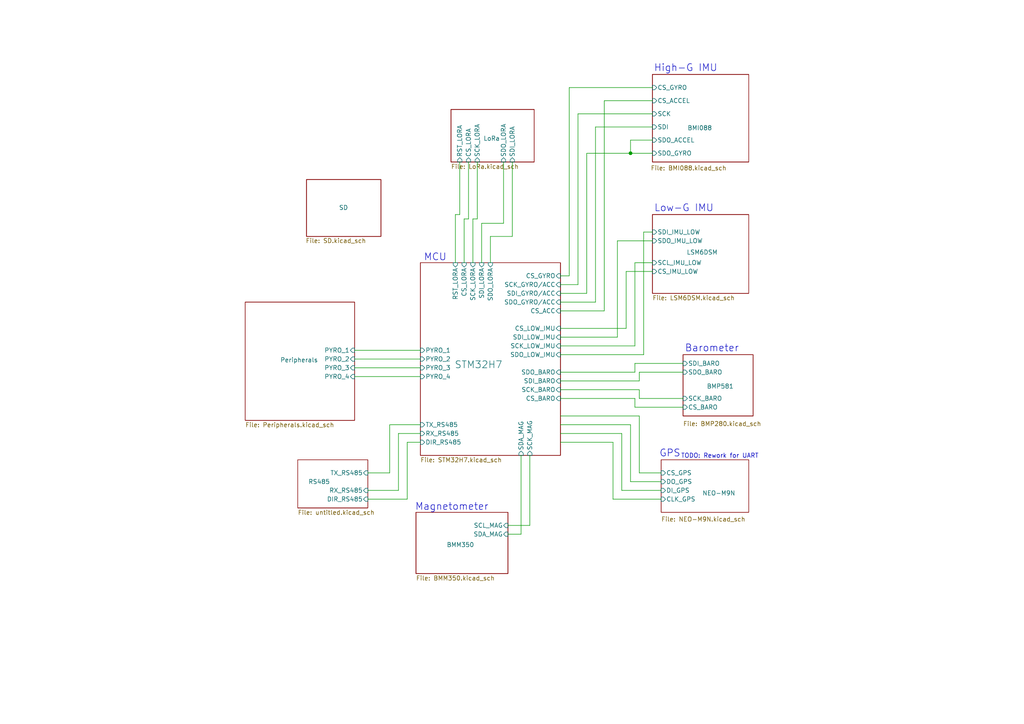
<source format=kicad_sch>
(kicad_sch
	(version 20231120)
	(generator "eeschema")
	(generator_version "8.0")
	(uuid "880cd2ad-ee8a-45d0-bf92-2f93a861aac0")
	(paper "A4")
	(title_block
		(title "NDXP Computer")
		(rev "1.0")
	)
	(lib_symbols)
	(junction
		(at 182.88 44.45)
		(diameter 0)
		(color 0 0 0 0)
		(uuid "df135ce9-5c5b-4bec-8d93-aecee0aa0d63")
	)
	(wire
		(pts
			(xy 186.69 102.87) (xy 186.69 67.31)
		)
		(stroke
			(width 0)
			(type default)
		)
		(uuid "0044426c-177c-40a8-a84b-d4600d572a0c")
	)
	(wire
		(pts
			(xy 153.67 152.4) (xy 153.67 132.08)
		)
		(stroke
			(width 0)
			(type default)
		)
		(uuid "04979d54-7f7e-4045-9936-63b7465e89e0")
	)
	(wire
		(pts
			(xy 175.26 29.21) (xy 189.23 29.21)
		)
		(stroke
			(width 0)
			(type default)
		)
		(uuid "0980d1e8-7ef6-431b-ba32-23c7603f15f3")
	)
	(wire
		(pts
			(xy 115.57 125.73) (xy 121.92 125.73)
		)
		(stroke
			(width 0)
			(type default)
		)
		(uuid "0bdbf140-e9d6-4236-bc0f-e96efe20e3c2")
	)
	(wire
		(pts
			(xy 170.18 44.45) (xy 182.88 44.45)
		)
		(stroke
			(width 0)
			(type default)
		)
		(uuid "100b5a8c-21cd-41e6-8adb-e71b01afd3a7")
	)
	(wire
		(pts
			(xy 162.56 80.01) (xy 165.1 80.01)
		)
		(stroke
			(width 0)
			(type default)
		)
		(uuid "11482e62-e5d6-4222-97e4-4efa3ad9ef14")
	)
	(wire
		(pts
			(xy 135.89 63.5) (xy 134.62 63.5)
		)
		(stroke
			(width 0)
			(type default)
		)
		(uuid "1446c81b-bd87-4d77-8916-a55f7fe8903d")
	)
	(wire
		(pts
			(xy 182.88 40.64) (xy 182.88 44.45)
		)
		(stroke
			(width 0)
			(type default)
		)
		(uuid "19210587-deb3-43dc-9d11-0c6f6111c228")
	)
	(wire
		(pts
			(xy 184.15 105.41) (xy 198.12 105.41)
		)
		(stroke
			(width 0)
			(type default)
		)
		(uuid "19ce393a-1fb8-4145-949d-12d304bc093e")
	)
	(wire
		(pts
			(xy 162.56 110.49) (xy 185.42 110.49)
		)
		(stroke
			(width 0)
			(type default)
		)
		(uuid "1cf7bacf-4ba2-4012-9bd0-361017a24e5a")
	)
	(wire
		(pts
			(xy 186.69 67.31) (xy 189.23 67.31)
		)
		(stroke
			(width 0)
			(type default)
		)
		(uuid "1ea3bc3b-3fa3-4f7d-b331-ba1eadbe6e81")
	)
	(wire
		(pts
			(xy 133.35 62.23) (xy 132.08 62.23)
		)
		(stroke
			(width 0)
			(type default)
		)
		(uuid "1ff19112-9a0d-4778-a543-768b4e670af1")
	)
	(wire
		(pts
			(xy 162.56 90.17) (xy 175.26 90.17)
		)
		(stroke
			(width 0)
			(type default)
		)
		(uuid "20f1d9e0-2699-46d1-abfa-57df7dba746d")
	)
	(wire
		(pts
			(xy 138.43 46.99) (xy 138.43 63.5)
		)
		(stroke
			(width 0)
			(type default)
		)
		(uuid "210d762a-b463-4fe7-816e-63b6dbff9f6d")
	)
	(wire
		(pts
			(xy 172.72 36.83) (xy 189.23 36.83)
		)
		(stroke
			(width 0)
			(type default)
		)
		(uuid "2201fb8e-0f18-44f6-93e7-e5e477676de2")
	)
	(wire
		(pts
			(xy 146.05 46.99) (xy 146.05 64.77)
		)
		(stroke
			(width 0)
			(type default)
		)
		(uuid "26a56149-ff12-4730-b35a-43fb8fc7d14a")
	)
	(wire
		(pts
			(xy 165.1 25.4) (xy 189.23 25.4)
		)
		(stroke
			(width 0)
			(type default)
		)
		(uuid "293941f4-1b80-44bf-a527-85146db23ee6")
	)
	(wire
		(pts
			(xy 179.07 69.85) (xy 189.23 69.85)
		)
		(stroke
			(width 0)
			(type default)
		)
		(uuid "2c086648-670a-436f-904f-b60d304733b2")
	)
	(wire
		(pts
			(xy 167.64 82.55) (xy 167.64 33.02)
		)
		(stroke
			(width 0)
			(type default)
		)
		(uuid "2c14342a-f09f-481b-92d7-feee1fdb5ffb")
	)
	(wire
		(pts
			(xy 162.56 125.73) (xy 180.34 125.73)
		)
		(stroke
			(width 0)
			(type default)
		)
		(uuid "2c4599bc-c6c6-4fb4-9d5b-8b5fa02a153b")
	)
	(wire
		(pts
			(xy 162.56 123.19) (xy 182.88 123.19)
		)
		(stroke
			(width 0)
			(type default)
		)
		(uuid "329d77dc-479f-4588-8593-e3088a5d4a02")
	)
	(wire
		(pts
			(xy 184.15 107.95) (xy 184.15 105.41)
		)
		(stroke
			(width 0)
			(type default)
		)
		(uuid "367d6849-7138-4ca2-bd8b-ca56dd29b307")
	)
	(wire
		(pts
			(xy 185.42 115.57) (xy 198.12 115.57)
		)
		(stroke
			(width 0)
			(type default)
		)
		(uuid "37dc710a-4659-4f4c-bf99-4c386acc38d0")
	)
	(wire
		(pts
			(xy 162.56 128.27) (xy 177.8 128.27)
		)
		(stroke
			(width 0)
			(type default)
		)
		(uuid "3e1cd515-0314-4a00-b70a-cffaeea87e2a")
	)
	(wire
		(pts
			(xy 148.59 68.58) (xy 142.24 68.58)
		)
		(stroke
			(width 0)
			(type default)
		)
		(uuid "4118b45b-bf27-4160-893f-c82826ff3f7c")
	)
	(wire
		(pts
			(xy 170.18 85.09) (xy 170.18 44.45)
		)
		(stroke
			(width 0)
			(type default)
		)
		(uuid "41ef0def-c16b-4c90-94b4-a2f10e06e007")
	)
	(wire
		(pts
			(xy 102.87 109.22) (xy 121.92 109.22)
		)
		(stroke
			(width 0)
			(type default)
		)
		(uuid "46ccb397-f148-472f-9da4-cd0f3e2de79d")
	)
	(wire
		(pts
			(xy 179.07 97.79) (xy 179.07 69.85)
		)
		(stroke
			(width 0)
			(type default)
		)
		(uuid "476188fe-80e8-433b-bada-d1a365732015")
	)
	(wire
		(pts
			(xy 162.56 120.65) (xy 185.42 120.65)
		)
		(stroke
			(width 0)
			(type default)
		)
		(uuid "4893a50b-4a04-4dd5-8aa0-332e55d5a921")
	)
	(wire
		(pts
			(xy 147.32 152.4) (xy 153.67 152.4)
		)
		(stroke
			(width 0)
			(type default)
		)
		(uuid "4b3b1d40-b60d-4889-befe-c1cfd96f8952")
	)
	(wire
		(pts
			(xy 102.87 104.14) (xy 121.92 104.14)
		)
		(stroke
			(width 0)
			(type default)
		)
		(uuid "4c5f8a8f-3046-4ea5-a031-b2c671429590")
	)
	(wire
		(pts
			(xy 135.89 46.99) (xy 135.89 63.5)
		)
		(stroke
			(width 0)
			(type default)
		)
		(uuid "4c623a8c-74a8-4098-a2d0-f9a56082aa2c")
	)
	(wire
		(pts
			(xy 162.56 115.57) (xy 184.15 115.57)
		)
		(stroke
			(width 0)
			(type default)
		)
		(uuid "4ec4de45-be68-4836-ba02-039fd5e6237f")
	)
	(wire
		(pts
			(xy 167.64 33.02) (xy 189.23 33.02)
		)
		(stroke
			(width 0)
			(type default)
		)
		(uuid "525d5c42-e239-48c8-ae3b-75f6e631b3bb")
	)
	(wire
		(pts
			(xy 182.88 139.7) (xy 191.77 139.7)
		)
		(stroke
			(width 0)
			(type default)
		)
		(uuid "52a06d23-ed10-404c-a9cf-cc7f04ba651e")
	)
	(wire
		(pts
			(xy 133.35 46.99) (xy 133.35 62.23)
		)
		(stroke
			(width 0)
			(type default)
		)
		(uuid "53b40e56-e691-458a-99ea-29c546a62b31")
	)
	(wire
		(pts
			(xy 185.42 137.16) (xy 191.77 137.16)
		)
		(stroke
			(width 0)
			(type default)
		)
		(uuid "591c4d2b-0483-4c5c-8089-392406cb1f27")
	)
	(wire
		(pts
			(xy 184.15 76.2) (xy 189.23 76.2)
		)
		(stroke
			(width 0)
			(type default)
		)
		(uuid "5b642580-675f-4028-9346-f2ce7ee728a8")
	)
	(wire
		(pts
			(xy 148.59 46.99) (xy 148.59 68.58)
		)
		(stroke
			(width 0)
			(type default)
		)
		(uuid "6a996c30-44e5-4b22-8e43-3b197c2c45a6")
	)
	(wire
		(pts
			(xy 177.8 128.27) (xy 177.8 144.78)
		)
		(stroke
			(width 0)
			(type default)
		)
		(uuid "6c7f71a5-b2d7-4588-ac86-b517c4f6e1d1")
	)
	(wire
		(pts
			(xy 181.61 95.25) (xy 181.61 78.74)
		)
		(stroke
			(width 0)
			(type default)
		)
		(uuid "6cb6f7da-a801-4a93-a0a2-edf3732edf2c")
	)
	(wire
		(pts
			(xy 147.32 154.94) (xy 151.13 154.94)
		)
		(stroke
			(width 0)
			(type default)
		)
		(uuid "70ab4753-a018-4441-a275-0c794fa69cab")
	)
	(wire
		(pts
			(xy 162.56 113.03) (xy 185.42 113.03)
		)
		(stroke
			(width 0)
			(type default)
		)
		(uuid "72e879e5-547b-446d-91b7-008b8b13a571")
	)
	(wire
		(pts
			(xy 182.88 44.45) (xy 189.23 44.45)
		)
		(stroke
			(width 0)
			(type default)
		)
		(uuid "73513434-b638-4bc1-8fec-1c6b97f23e24")
	)
	(wire
		(pts
			(xy 182.88 123.19) (xy 182.88 139.7)
		)
		(stroke
			(width 0)
			(type default)
		)
		(uuid "744808a4-fca9-42b8-b015-f9e25f5d0382")
	)
	(wire
		(pts
			(xy 172.72 36.83) (xy 172.72 87.63)
		)
		(stroke
			(width 0)
			(type default)
		)
		(uuid "79ea3058-79fa-463b-b078-fba11989134a")
	)
	(wire
		(pts
			(xy 106.68 137.16) (xy 113.03 137.16)
		)
		(stroke
			(width 0)
			(type default)
		)
		(uuid "7a4425c9-cdfe-41cf-b93c-dc0cbc85ebed")
	)
	(wire
		(pts
			(xy 118.11 144.78) (xy 118.11 128.27)
		)
		(stroke
			(width 0)
			(type default)
		)
		(uuid "858d90b3-9fc5-422e-8b9f-fa1c49609cd0")
	)
	(wire
		(pts
			(xy 139.7 64.77) (xy 139.7 76.2)
		)
		(stroke
			(width 0)
			(type default)
		)
		(uuid "86f12af8-cfaf-41d9-a122-facb85c8db39")
	)
	(wire
		(pts
			(xy 113.03 137.16) (xy 113.03 123.19)
		)
		(stroke
			(width 0)
			(type default)
		)
		(uuid "89cf13b9-c1d0-4815-9c7a-e55f41a024b5")
	)
	(wire
		(pts
			(xy 185.42 120.65) (xy 185.42 137.16)
		)
		(stroke
			(width 0)
			(type default)
		)
		(uuid "8a3db205-96c5-4869-85cf-c6f7a5872cb7")
	)
	(wire
		(pts
			(xy 184.15 118.11) (xy 198.12 118.11)
		)
		(stroke
			(width 0)
			(type default)
		)
		(uuid "8abdc395-2316-4c47-9e1f-bb8a1f34426f")
	)
	(wire
		(pts
			(xy 134.62 63.5) (xy 134.62 76.2)
		)
		(stroke
			(width 0)
			(type default)
		)
		(uuid "906de628-f675-4394-bcc1-ac312d2b8ee2")
	)
	(wire
		(pts
			(xy 185.42 110.49) (xy 185.42 107.95)
		)
		(stroke
			(width 0)
			(type default)
		)
		(uuid "93861dda-1954-4bbe-bbf5-1f9cdf6e2305")
	)
	(wire
		(pts
			(xy 142.24 68.58) (xy 142.24 76.2)
		)
		(stroke
			(width 0)
			(type default)
		)
		(uuid "989ab132-5ad7-4cfa-9ba7-1d4559e0e4b2")
	)
	(wire
		(pts
			(xy 106.68 142.24) (xy 115.57 142.24)
		)
		(stroke
			(width 0)
			(type default)
		)
		(uuid "9f5ef052-3dfd-48f2-b0bb-105d1b193897")
	)
	(wire
		(pts
			(xy 177.8 144.78) (xy 191.77 144.78)
		)
		(stroke
			(width 0)
			(type default)
		)
		(uuid "9fae0bd7-b277-49e0-8cac-988d96573e28")
	)
	(wire
		(pts
			(xy 184.15 100.33) (xy 184.15 76.2)
		)
		(stroke
			(width 0)
			(type default)
		)
		(uuid "9fc96eb5-e75f-463a-ac75-bc6a85f90000")
	)
	(wire
		(pts
			(xy 132.08 62.23) (xy 132.08 76.2)
		)
		(stroke
			(width 0)
			(type default)
		)
		(uuid "a04e98e5-a2ae-400f-b1bf-1355af814794")
	)
	(wire
		(pts
			(xy 184.15 115.57) (xy 184.15 118.11)
		)
		(stroke
			(width 0)
			(type default)
		)
		(uuid "a050d4f5-72c4-458c-913e-ec9dedf1c501")
	)
	(wire
		(pts
			(xy 181.61 78.74) (xy 189.23 78.74)
		)
		(stroke
			(width 0)
			(type default)
		)
		(uuid "a19514af-7d31-44ae-8a38-b8cde0678493")
	)
	(wire
		(pts
			(xy 151.13 154.94) (xy 151.13 132.08)
		)
		(stroke
			(width 0)
			(type default)
		)
		(uuid "a29b1518-9f25-4fae-8efc-315866443829")
	)
	(wire
		(pts
			(xy 115.57 142.24) (xy 115.57 125.73)
		)
		(stroke
			(width 0)
			(type default)
		)
		(uuid "a431ba26-e0c1-41da-9731-fef7b8110378")
	)
	(wire
		(pts
			(xy 162.56 95.25) (xy 181.61 95.25)
		)
		(stroke
			(width 0)
			(type default)
		)
		(uuid "a7790bd7-0e6b-4055-ade3-5eafdc4e5029")
	)
	(wire
		(pts
			(xy 102.87 101.6) (xy 121.92 101.6)
		)
		(stroke
			(width 0)
			(type default)
		)
		(uuid "acb1d8e6-2972-4209-9ff1-c971e5b80cae")
	)
	(wire
		(pts
			(xy 162.56 82.55) (xy 167.64 82.55)
		)
		(stroke
			(width 0)
			(type default)
		)
		(uuid "b78b7606-dff9-4474-81b4-3796b0cf158e")
	)
	(wire
		(pts
			(xy 146.05 64.77) (xy 139.7 64.77)
		)
		(stroke
			(width 0)
			(type default)
		)
		(uuid "b8c0d01a-817c-4f63-a6af-246f9650cd17")
	)
	(wire
		(pts
			(xy 180.34 142.24) (xy 191.77 142.24)
		)
		(stroke
			(width 0)
			(type default)
		)
		(uuid "b8c2e6c5-53c8-4c14-8d93-f3f3d3a9d422")
	)
	(wire
		(pts
			(xy 165.1 25.4) (xy 165.1 80.01)
		)
		(stroke
			(width 0)
			(type default)
		)
		(uuid "be65df2f-057b-4331-8f10-a12382c3fec6")
	)
	(wire
		(pts
			(xy 185.42 113.03) (xy 185.42 115.57)
		)
		(stroke
			(width 0)
			(type default)
		)
		(uuid "bee0bc5d-63ac-476c-8e91-5902f32d0ec2")
	)
	(wire
		(pts
			(xy 180.34 125.73) (xy 180.34 142.24)
		)
		(stroke
			(width 0)
			(type default)
		)
		(uuid "bfd996aa-b187-4c14-9781-1f5aebab2071")
	)
	(wire
		(pts
			(xy 137.16 63.5) (xy 137.16 76.2)
		)
		(stroke
			(width 0)
			(type default)
		)
		(uuid "c06cd6d9-0b41-4988-be62-7fc50af421e0")
	)
	(wire
		(pts
			(xy 189.23 40.64) (xy 182.88 40.64)
		)
		(stroke
			(width 0)
			(type default)
		)
		(uuid "c7df2017-7033-4a1e-ad74-59cdc0aa2458")
	)
	(wire
		(pts
			(xy 185.42 107.95) (xy 198.12 107.95)
		)
		(stroke
			(width 0)
			(type default)
		)
		(uuid "c9de6265-5ebf-42bc-abf5-826aafdb335b")
	)
	(wire
		(pts
			(xy 106.68 144.78) (xy 118.11 144.78)
		)
		(stroke
			(width 0)
			(type default)
		)
		(uuid "cad63af2-b78b-4742-9d8f-8ed47af7028e")
	)
	(wire
		(pts
			(xy 162.56 100.33) (xy 184.15 100.33)
		)
		(stroke
			(width 0)
			(type default)
		)
		(uuid "d5352066-8c6d-4e12-b687-82781f1db2f0")
	)
	(wire
		(pts
			(xy 162.56 97.79) (xy 179.07 97.79)
		)
		(stroke
			(width 0)
			(type default)
		)
		(uuid "d93f86f3-ff93-481d-81f3-7e8da3f3f034")
	)
	(wire
		(pts
			(xy 162.56 102.87) (xy 186.69 102.87)
		)
		(stroke
			(width 0)
			(type default)
		)
		(uuid "dae2fe37-e894-4cc0-b412-0ebe106e740f")
	)
	(wire
		(pts
			(xy 175.26 90.17) (xy 175.26 29.21)
		)
		(stroke
			(width 0)
			(type default)
		)
		(uuid "dc22c649-62b5-445a-87b7-ba1582a60d55")
	)
	(wire
		(pts
			(xy 138.43 63.5) (xy 137.16 63.5)
		)
		(stroke
			(width 0)
			(type default)
		)
		(uuid "e016e29e-ba94-4629-8935-e3e5bbc54b57")
	)
	(wire
		(pts
			(xy 102.87 106.68) (xy 121.92 106.68)
		)
		(stroke
			(width 0)
			(type default)
		)
		(uuid "e621a091-ee1a-4e9f-bf7b-3bae8ee60ff5")
	)
	(wire
		(pts
			(xy 118.11 128.27) (xy 121.92 128.27)
		)
		(stroke
			(width 0)
			(type default)
		)
		(uuid "e86d962f-2ee7-4d8f-ad03-68fa6721d226")
	)
	(wire
		(pts
			(xy 113.03 123.19) (xy 121.92 123.19)
		)
		(stroke
			(width 0)
			(type default)
		)
		(uuid "e8d6abb0-d406-4cd6-954c-473018c4393d")
	)
	(wire
		(pts
			(xy 172.72 87.63) (xy 162.56 87.63)
		)
		(stroke
			(width 0)
			(type default)
		)
		(uuid "f36b7254-e0b5-41a1-baa3-76d1c00104b1")
	)
	(wire
		(pts
			(xy 162.56 85.09) (xy 170.18 85.09)
		)
		(stroke
			(width 0)
			(type default)
		)
		(uuid "f6b6fc8e-cb47-4802-900e-4980bd265f4f")
	)
	(wire
		(pts
			(xy 162.56 107.95) (xy 184.15 107.95)
		)
		(stroke
			(width 0)
			(type default)
		)
		(uuid "fad2d67c-7fed-4a6d-9925-82bda18bc0b4")
	)
	(text "Barometer"
		(exclude_from_sim no)
		(at 206.502 101.092 0)
		(effects
			(font
				(size 2.032 2.032)
			)
		)
		(uuid "47e5abcf-37aa-49ac-9122-a522670b41bd")
	)
	(text "Low-G IMU"
		(exclude_from_sim no)
		(at 198.374 60.452 0)
		(effects
			(font
				(size 2.032 2.032)
			)
		)
		(uuid "54ee0cab-4af0-479a-a15a-7c327eba076c")
	)
	(text "TODO: Rework for UART"
		(exclude_from_sim no)
		(at 208.788 132.334 0)
		(effects
			(font
				(size 1.27 1.27)
			)
		)
		(uuid "5764d981-d3fc-41c7-bfe3-b4c6804cc40b")
	)
	(text "MCU"
		(exclude_from_sim no)
		(at 126.238 74.676 0)
		(effects
			(font
				(size 2.032 2.032)
			)
		)
		(uuid "afa0a4ea-9e23-4dc2-9719-41b6bfebd168")
	)
	(text "High-G IMU"
		(exclude_from_sim no)
		(at 198.882 19.812 0)
		(effects
			(font
				(size 2.032 2.032)
			)
		)
		(uuid "b7c75cce-8e53-462c-be97-288547ffa0f2")
	)
	(text "Magnetometer"
		(exclude_from_sim no)
		(at 131.064 147.066 0)
		(effects
			(font
				(size 2.032 2.032)
			)
		)
		(uuid "d24b7985-73ac-487b-a16e-2fcbbe3b445e")
	)
	(text "GPS\n"
		(exclude_from_sim no)
		(at 194.31 131.572 0)
		(effects
			(font
				(size 2.032 2.032)
			)
		)
		(uuid "fb9471b3-e357-48b6-ab2a-9f8e0e5bc123")
	)
	(sheet
		(at 191.77 133.35)
		(size 25.4 15.24)
		(stroke
			(width 0.1524)
			(type solid)
		)
		(fill
			(color 0 0 0 0.0000)
		)
		(uuid "16e7959a-598a-4fd4-86dd-9806303f6b27")
		(property "Sheetname" "NEO-M9N"
			(at 203.708 143.764 0)
			(effects
				(font
					(size 1.27 1.27)
				)
				(justify left bottom)
			)
		)
		(property "Sheetfile" "NEO-M9N.kicad_sch"
			(at 191.77 149.86 0)
			(effects
				(font
					(size 1.27 1.27)
				)
				(justify left top)
			)
		)
		(pin "CS_GPS" input
			(at 191.77 137.16 180)
			(effects
				(font
					(size 1.27 1.27)
				)
				(justify left)
			)
			(uuid "823f4d08-4b15-42ea-8529-7d0d43bc645d")
		)
		(pin "DO_GPS" input
			(at 191.77 139.7 180)
			(effects
				(font
					(size 1.27 1.27)
				)
				(justify left)
			)
			(uuid "f3ae5bcc-498a-48b4-93bf-0b95e873203d")
		)
		(pin "DI_GPS" input
			(at 191.77 142.24 180)
			(effects
				(font
					(size 1.27 1.27)
				)
				(justify left)
			)
			(uuid "b9a8e007-76e0-4709-8755-dcd05cd71d95")
		)
		(pin "CLK_GPS" input
			(at 191.77 144.78 180)
			(effects
				(font
					(size 1.27 1.27)
				)
				(justify left)
			)
			(uuid "46e09adf-7cbe-46cb-8918-d4f5d18a1870")
		)
		(instances
			(project "NDXPCOMPUTER"
				(path "/880cd2ad-ee8a-45d0-bf92-2f93a861aac0"
					(page "6")
				)
			)
		)
	)
	(sheet
		(at 86.36 133.35)
		(size 20.32 13.97)
		(stroke
			(width 0.1524)
			(type solid)
		)
		(fill
			(color 0 0 0 0.0000)
		)
		(uuid "3027ef3f-d137-45d9-896f-2480517a468d")
		(property "Sheetname" "RS485"
			(at 89.408 140.462 0)
			(effects
				(font
					(size 1.27 1.27)
				)
				(justify left bottom)
			)
		)
		(property "Sheetfile" "untitled.kicad_sch"
			(at 86.36 147.9046 0)
			(effects
				(font
					(size 1.27 1.27)
				)
				(justify left top)
			)
		)
		(pin "TX_RS485" input
			(at 106.68 137.16 0)
			(effects
				(font
					(size 1.27 1.27)
				)
				(justify right)
			)
			(uuid "942e7f6d-f923-42c2-aa7c-76fcd652f9c7")
		)
		(pin "RX_RS485" input
			(at 106.68 142.24 0)
			(effects
				(font
					(size 1.27 1.27)
				)
				(justify right)
			)
			(uuid "0c578b8c-6a00-4a15-8883-f19847cac9a3")
		)
		(pin "DIR_RS485" input
			(at 106.68 144.78 0)
			(effects
				(font
					(size 1.27 1.27)
				)
				(justify right)
			)
			(uuid "e873fde5-cc4f-429a-9ade-350ab17a7763")
		)
		(instances
			(project "NDXPCOMPUTER"
				(path "/880cd2ad-ee8a-45d0-bf92-2f93a861aac0"
					(page "12")
				)
			)
		)
	)
	(sheet
		(at 198.12 102.87)
		(size 20.32 17.78)
		(stroke
			(width 0.1524)
			(type solid)
		)
		(fill
			(color 0 0 0 0.0000)
		)
		(uuid "5e45f0a4-a72d-4462-856f-94f2b8339a46")
		(property "Sheetname" "BMP581"
			(at 204.978 112.776 0)
			(effects
				(font
					(size 1.27 1.27)
				)
				(justify left bottom)
			)
		)
		(property "Sheetfile" "BMP280.kicad_sch"
			(at 198.12 122.174 0)
			(effects
				(font
					(size 1.27 1.27)
				)
				(justify left top)
			)
		)
		(pin "SDI_BARO" input
			(at 198.12 105.41 180)
			(effects
				(font
					(size 1.27 1.27)
				)
				(justify left)
			)
			(uuid "e704f30b-ab92-4885-869b-9d66de7bc128")
		)
		(pin "SDO_BARO" input
			(at 198.12 107.95 180)
			(effects
				(font
					(size 1.27 1.27)
				)
				(justify left)
			)
			(uuid "ba42b176-24bf-4aff-a976-23723c5fd5a9")
		)
		(pin "SCK_BARO" input
			(at 198.12 115.57 180)
			(effects
				(font
					(size 1.27 1.27)
				)
				(justify left)
			)
			(uuid "54938ac0-bd68-44a4-965f-878a9400d6c9")
		)
		(pin "CS_BARO" input
			(at 198.12 118.11 180)
			(effects
				(font
					(size 1.27 1.27)
				)
				(justify left)
			)
			(uuid "6447672b-ec6b-4590-867d-990d05237a61")
		)
		(instances
			(project "NDXPCOMPUTER"
				(path "/880cd2ad-ee8a-45d0-bf92-2f93a861aac0"
					(page "5")
				)
			)
		)
	)
	(sheet
		(at 88.9 52.07)
		(size 21.59 16.51)
		(stroke
			(width 0.1524)
			(type solid)
		)
		(fill
			(color 0 0 0 0.0000)
		)
		(uuid "637cedd3-28e9-4fa5-b7e7-b0325a347348")
		(property "Sheetname" "SD"
			(at 98.298 60.96 0)
			(effects
				(font
					(size 1.27 1.27)
				)
				(justify left bottom)
			)
		)
		(property "Sheetfile" "SD.kicad_sch"
			(at 88.646 69.088 0)
			(effects
				(font
					(size 1.27 1.27)
				)
				(justify left top)
			)
		)
		(instances
			(project "NDXPCOMPUTER"
				(path "/880cd2ad-ee8a-45d0-bf92-2f93a861aac0"
					(page "11")
				)
			)
		)
	)
	(sheet
		(at 120.65 148.59)
		(size 26.67 17.78)
		(stroke
			(width 0.1524)
			(type solid)
		)
		(fill
			(color 0 0 0 0.0000)
		)
		(uuid "6ba08fd8-48fe-41d6-8cdf-5d93dab36794")
		(property "Sheetname" "BMM350"
			(at 129.54 158.75 0)
			(effects
				(font
					(size 1.27 1.27)
				)
				(justify left bottom)
			)
		)
		(property "Sheetfile" "BMM350.kicad_sch"
			(at 120.65 166.9546 0)
			(effects
				(font
					(size 1.27 1.27)
				)
				(justify left top)
			)
		)
		(pin "SDA_MAG" input
			(at 147.32 154.94 0)
			(effects
				(font
					(size 1.27 1.27)
				)
				(justify right)
			)
			(uuid "aa1cb67c-2e89-4f6e-a312-af3369a00f80")
		)
		(pin "SCL_MAG" input
			(at 147.32 152.4 0)
			(effects
				(font
					(size 1.27 1.27)
				)
				(justify right)
			)
			(uuid "e0560357-11a3-4a8b-86e8-8aa6277f6b53")
		)
		(instances
			(project "NDXPCOMPUTER"
				(path "/880cd2ad-ee8a-45d0-bf92-2f93a861aac0"
					(page "9")
				)
			)
		)
	)
	(sheet
		(at 71.12 87.63)
		(size 31.75 34.29)
		(stroke
			(width 0.1524)
			(type solid)
		)
		(fill
			(color 0 0 0 0.0000)
		)
		(uuid "933c923e-9649-42a5-9bc4-db8878fb4adc")
		(property "Sheetname" "Peripherals"
			(at 81.28 105.156 0)
			(effects
				(font
					(size 1.27 1.27)
				)
				(justify left bottom)
			)
		)
		(property "Sheetfile" "Peripherals.kicad_sch"
			(at 71.12 122.5046 0)
			(effects
				(font
					(size 1.27 1.27)
				)
				(justify left top)
			)
		)
		(pin "PYRO_1" input
			(at 102.87 101.6 0)
			(effects
				(font
					(size 1.27 1.27)
				)
				(justify right)
			)
			(uuid "b98d3c90-2d58-4dab-84ab-a7d2fddee7c3")
		)
		(pin "PYRO_3" input
			(at 102.87 106.68 0)
			(effects
				(font
					(size 1.27 1.27)
				)
				(justify right)
			)
			(uuid "a4334911-cec0-4206-bb9f-9e629f0fd942")
		)
		(pin "PYRO_2" input
			(at 102.87 104.14 0)
			(effects
				(font
					(size 1.27 1.27)
				)
				(justify right)
			)
			(uuid "d8ee2219-ee3d-401d-908a-bfc367eb3318")
		)
		(pin "PYRO_4" input
			(at 102.87 109.22 0)
			(effects
				(font
					(size 1.27 1.27)
				)
				(justify right)
			)
			(uuid "fd10030b-c626-4299-bec9-73051965c6c7")
		)
		(instances
			(project "NDXPCOMPUTER"
				(path "/880cd2ad-ee8a-45d0-bf92-2f93a861aac0"
					(page "8")
				)
			)
		)
	)
	(sheet
		(at 189.23 21.59)
		(size 27.94 25.4)
		(stroke
			(width 0.1524)
			(type solid)
		)
		(fill
			(color 0 0 0 0.0000)
		)
		(uuid "ad9d4e19-de45-4b5d-9d67-5d499159c63b")
		(property "Sheetname" "BMI088"
			(at 199.39 37.846 0)
			(effects
				(font
					(size 1.27 1.27)
				)
				(justify left bottom)
			)
		)
		(property "Sheetfile" "BMI088.kicad_sch"
			(at 188.722 48.006 0)
			(effects
				(font
					(size 1.27 1.27)
				)
				(justify left top)
			)
		)
		(pin "CS_GYRO" input
			(at 189.23 25.4 180)
			(effects
				(font
					(size 1.27 1.27)
				)
				(justify left)
			)
			(uuid "afdad376-1230-4c27-9db2-023c823a0aa9")
		)
		(pin "CS_ACCEL" input
			(at 189.23 29.21 180)
			(effects
				(font
					(size 1.27 1.27)
				)
				(justify left)
			)
			(uuid "1cef0264-5c9e-4261-8990-45e6995fa1d2")
		)
		(pin "SCK" input
			(at 189.23 33.02 180)
			(effects
				(font
					(size 1.27 1.27)
				)
				(justify left)
			)
			(uuid "e0bfa251-9188-426c-b0d4-717467979a8c")
		)
		(pin "SDI" input
			(at 189.23 36.83 180)
			(effects
				(font
					(size 1.27 1.27)
				)
				(justify left)
			)
			(uuid "b20cebfa-82bd-4a37-a398-651589907d21")
		)
		(pin "SDO_ACCEL" input
			(at 189.23 40.64 180)
			(effects
				(font
					(size 1.27 1.27)
				)
				(justify left)
			)
			(uuid "b9cc77d1-6982-4d10-9173-b46f8caefb79")
		)
		(pin "SDO_GYRO" input
			(at 189.23 44.45 180)
			(effects
				(font
					(size 1.27 1.27)
				)
				(justify left)
			)
			(uuid "3da39ff6-a730-453e-9d14-bdb5853bd809")
		)
		(instances
			(project "NDXPCOMPUTER"
				(path "/880cd2ad-ee8a-45d0-bf92-2f93a861aac0"
					(page "3")
				)
			)
		)
	)
	(sheet
		(at 130.81 31.75)
		(size 24.13 15.24)
		(stroke
			(width 0.1524)
			(type solid)
		)
		(fill
			(color 0 0 0 0.0000)
		)
		(uuid "b564b3df-7c59-40c8-842a-077330153d4f")
		(property "Sheetname" "LoRa"
			(at 140.208 40.894 0)
			(effects
				(font
					(size 1.27 1.27)
				)
				(justify left bottom)
			)
		)
		(property "Sheetfile" "LoRa.kicad_sch"
			(at 130.81 47.5746 0)
			(effects
				(font
					(size 1.27 1.27)
				)
				(justify left top)
			)
		)
		(pin "SDO_LORA" input
			(at 146.05 46.99 270)
			(effects
				(font
					(size 1.27 1.27)
				)
				(justify left)
			)
			(uuid "14ed6d76-ae0e-4c46-b495-bb7cc9fc201e")
		)
		(pin "RST_LORA" input
			(at 133.35 46.99 270)
			(effects
				(font
					(size 1.27 1.27)
				)
				(justify left)
			)
			(uuid "b5a8fbd4-4b83-439e-b038-eca389fc4085")
		)
		(pin "CS_LORA" input
			(at 135.89 46.99 270)
			(effects
				(font
					(size 1.27 1.27)
				)
				(justify left)
			)
			(uuid "6c3344b3-d6f7-4465-9176-9e7e7526673f")
		)
		(pin "SCK_LORA" input
			(at 138.43 46.99 270)
			(effects
				(font
					(size 1.27 1.27)
				)
				(justify left)
			)
			(uuid "adb32efc-97dd-4c9f-bc4b-94fb8006ad76")
		)
		(pin "SDI_LORA" input
			(at 148.59 46.99 270)
			(effects
				(font
					(size 1.27 1.27)
				)
				(justify left)
			)
			(uuid "f70da958-c1fc-48b9-8b50-9355b8632ca1")
		)
		(instances
			(project "NDXPCOMPUTER"
				(path "/880cd2ad-ee8a-45d0-bf92-2f93a861aac0"
					(page "10")
				)
			)
		)
	)
	(sheet
		(at 121.92 76.2)
		(size 40.64 55.88)
		(stroke
			(width 0.1524)
			(type solid)
		)
		(fill
			(color 0 0 0 0.0000)
		)
		(uuid "cb1b5cf1-a55c-42cc-b365-bf5ffcf1d58e")
		(property "Sheetname" "STM32H7"
			(at 131.826 106.934 0)
			(effects
				(font
					(size 2.032 2.032)
				)
				(justify left bottom)
			)
		)
		(property "Sheetfile" "STM32H7.kicad_sch"
			(at 121.92 132.6646 0)
			(effects
				(font
					(size 1.27 1.27)
				)
				(justify left top)
			)
		)
		(pin "CS_GYRO" input
			(at 162.56 80.01 0)
			(effects
				(font
					(size 1.27 1.27)
				)
				(justify right)
			)
			(uuid "c736ed21-21c4-4d16-ad72-65c37376055e")
		)
		(pin "SCK_GYRO{slash}ACC" input
			(at 162.56 82.55 0)
			(effects
				(font
					(size 1.27 1.27)
				)
				(justify right)
			)
			(uuid "acd0e93c-d653-4bd5-8ae8-0a28e33e6ac4")
		)
		(pin "SDI_GYRO{slash}ACC" input
			(at 162.56 85.09 0)
			(effects
				(font
					(size 1.27 1.27)
				)
				(justify right)
			)
			(uuid "ce2b4c10-afda-4aa5-962b-af91d861da15")
		)
		(pin "SDO_GYRO{slash}ACC" input
			(at 162.56 87.63 0)
			(effects
				(font
					(size 1.27 1.27)
				)
				(justify right)
			)
			(uuid "66be2bf9-cb3d-46a5-ba9c-81e252cc22b9")
		)
		(pin "CS_ACC" input
			(at 162.56 90.17 0)
			(effects
				(font
					(size 1.27 1.27)
				)
				(justify right)
			)
			(uuid "e9c2957f-1e68-4b19-acf7-0b05dc200607")
		)
		(pin "CS_LOW_IMU" input
			(at 162.56 95.25 0)
			(effects
				(font
					(size 1.27 1.27)
				)
				(justify right)
			)
			(uuid "d9b49398-2fdb-46ab-b3a1-6f8a65232a36")
		)
		(pin "SDI_LOW_IMU" input
			(at 162.56 97.79 0)
			(effects
				(font
					(size 1.27 1.27)
				)
				(justify right)
			)
			(uuid "c119c141-9463-4350-bf06-c644280bbbd6")
		)
		(pin "SCK_LOW_IMU" input
			(at 162.56 100.33 0)
			(effects
				(font
					(size 1.27 1.27)
				)
				(justify right)
			)
			(uuid "fe5006bc-37bc-4831-8af4-c2258640b792")
		)
		(pin "SDO_LOW_IMU" input
			(at 162.56 102.87 0)
			(effects
				(font
					(size 1.27 1.27)
				)
				(justify right)
			)
			(uuid "24e909f0-b8b5-4072-8ba3-9f84c8509e5b")
		)
		(pin "SDO_BARO" input
			(at 162.56 107.95 0)
			(effects
				(font
					(size 1.27 1.27)
				)
				(justify right)
			)
			(uuid "3f8891e9-6c0a-409e-b56d-921ba30384b0")
		)
		(pin "SDI_BARO" input
			(at 162.56 110.49 0)
			(effects
				(font
					(size 1.27 1.27)
				)
				(justify right)
			)
			(uuid "344f3517-5f79-44ac-af71-f01a2d676619")
		)
		(pin "CS_BARO" input
			(at 162.56 115.57 0)
			(effects
				(font
					(size 1.27 1.27)
				)
				(justify right)
			)
			(uuid "eebb8f12-bfa4-4404-8d4d-05d8a769edef")
		)
		(pin "SCK_BARO" input
			(at 162.56 113.03 0)
			(effects
				(font
					(size 1.27 1.27)
				)
				(justify right)
			)
			(uuid "0df46466-5860-41ab-8b94-ec834e6b0da9")
		)
		(pin "SDA_MAG" input
			(at 151.13 132.08 270)
			(effects
				(font
					(size 1.27 1.27)
				)
				(justify left)
			)
			(uuid "3fb37832-599e-4a4c-83f2-5cacf7eb4fd2")
		)
		(pin "SCK_MAG" input
			(at 153.67 132.08 270)
			(effects
				(font
					(size 1.27 1.27)
				)
				(justify left)
			)
			(uuid "abf09b15-3a9c-4be4-9ec8-e4f3935a7964")
		)
		(pin "PYRO_3" input
			(at 121.92 106.68 180)
			(effects
				(font
					(size 1.27 1.27)
				)
				(justify left)
			)
			(uuid "93eebcd6-dbc0-4b2d-944c-0956adf2a6d4")
		)
		(pin "PYRO_1" input
			(at 121.92 101.6 180)
			(effects
				(font
					(size 1.27 1.27)
				)
				(justify left)
			)
			(uuid "60fb0d4d-4311-43ac-bb54-7350b768eae5")
		)
		(pin "PYRO_2" input
			(at 121.92 104.14 180)
			(effects
				(font
					(size 1.27 1.27)
				)
				(justify left)
			)
			(uuid "4c7f727a-c7ef-4937-ad2d-383db1a0e0f4")
		)
		(pin "PYRO_4" input
			(at 121.92 109.22 180)
			(effects
				(font
					(size 1.27 1.27)
				)
				(justify left)
			)
			(uuid "9e7bdddf-f571-4487-85cd-2059d01b4611")
		)
		(pin "TX_RS485" input
			(at 121.92 123.19 180)
			(effects
				(font
					(size 1.27 1.27)
				)
				(justify left)
			)
			(uuid "83a659a6-1eae-4eb8-a1cd-b0a3a776475d")
		)
		(pin "RX_RS485" input
			(at 121.92 125.73 180)
			(effects
				(font
					(size 1.27 1.27)
				)
				(justify left)
			)
			(uuid "bd42adf1-13f1-4729-8f74-0db6f921e004")
		)
		(pin "DIR_RS485" input
			(at 121.92 128.27 180)
			(effects
				(font
					(size 1.27 1.27)
				)
				(justify left)
			)
			(uuid "238256ae-7bb9-488e-aef6-c1fbb34d3584")
		)
		(pin "RST_LORA" input
			(at 132.08 76.2 90)
			(effects
				(font
					(size 1.27 1.27)
				)
				(justify right)
			)
			(uuid "f9804854-a14c-4b58-8b5b-4417bb600337")
		)
		(pin "CS_LORA" input
			(at 134.62 76.2 90)
			(effects
				(font
					(size 1.27 1.27)
				)
				(justify right)
			)
			(uuid "932d9a5a-19fa-45c9-b0e2-284775728213")
		)
		(pin "SCK_LORA" input
			(at 137.16 76.2 90)
			(effects
				(font
					(size 1.27 1.27)
				)
				(justify right)
			)
			(uuid "4665efa5-2c2d-4755-8fce-980a7772539a")
		)
		(pin "SDI_LORA" input
			(at 139.7 76.2 90)
			(effects
				(font
					(size 1.27 1.27)
				)
				(justify right)
			)
			(uuid "77f4149a-c9e2-4ce8-9f0b-e082c0de5b3b")
		)
		(pin "SDO_LORA" input
			(at 142.24 76.2 90)
			(effects
				(font
					(size 1.27 1.27)
				)
				(justify right)
			)
			(uuid "06046d43-7b79-4400-bdaf-ad514e940c5c")
		)
		(instances
			(project "NDXPCOMPUTER"
				(path "/880cd2ad-ee8a-45d0-bf92-2f93a861aac0"
					(page "2")
				)
			)
		)
	)
	(sheet
		(at 189.23 62.23)
		(size 27.94 22.86)
		(stroke
			(width 0.1524)
			(type solid)
		)
		(fill
			(color 0 0 0 0.0000)
		)
		(uuid "f8f502cd-6130-4105-9076-c7ac7eb5037b")
		(property "Sheetname" "LSM6DSM"
			(at 199.136 73.914 0)
			(effects
				(font
					(size 1.27 1.27)
				)
				(justify left bottom)
			)
		)
		(property "Sheetfile" "LSM6DSM.kicad_sch"
			(at 189.23 85.6746 0)
			(effects
				(font
					(size 1.27 1.27)
				)
				(justify left top)
			)
		)
		(pin "SDI_IMU_LOW" input
			(at 189.23 67.31 180)
			(effects
				(font
					(size 1.27 1.27)
				)
				(justify left)
			)
			(uuid "16d0a92c-fa93-4d3a-8dda-94370446dc0a")
		)
		(pin "SDO_IMU_LOW" input
			(at 189.23 69.85 180)
			(effects
				(font
					(size 1.27 1.27)
				)
				(justify left)
			)
			(uuid "e58b5621-94d7-4940-bf36-cd2700688579")
		)
		(pin "SCL_IMU_LOW" input
			(at 189.23 76.2 180)
			(effects
				(font
					(size 1.27 1.27)
				)
				(justify left)
			)
			(uuid "fcd39af7-5d7a-4058-9bb3-23411f7031bc")
		)
		(pin "CS_IMU_LOW" input
			(at 189.23 78.74 180)
			(effects
				(font
					(size 1.27 1.27)
				)
				(justify left)
			)
			(uuid "af3c1daa-0f4f-49e8-8f1c-e99f9b044d9e")
		)
		(instances
			(project "NDXPCOMPUTER"
				(path "/880cd2ad-ee8a-45d0-bf92-2f93a861aac0"
					(page "4")
				)
			)
		)
	)
	(sheet_instances
		(path "/"
			(page "1")
		)
	)
)

</source>
